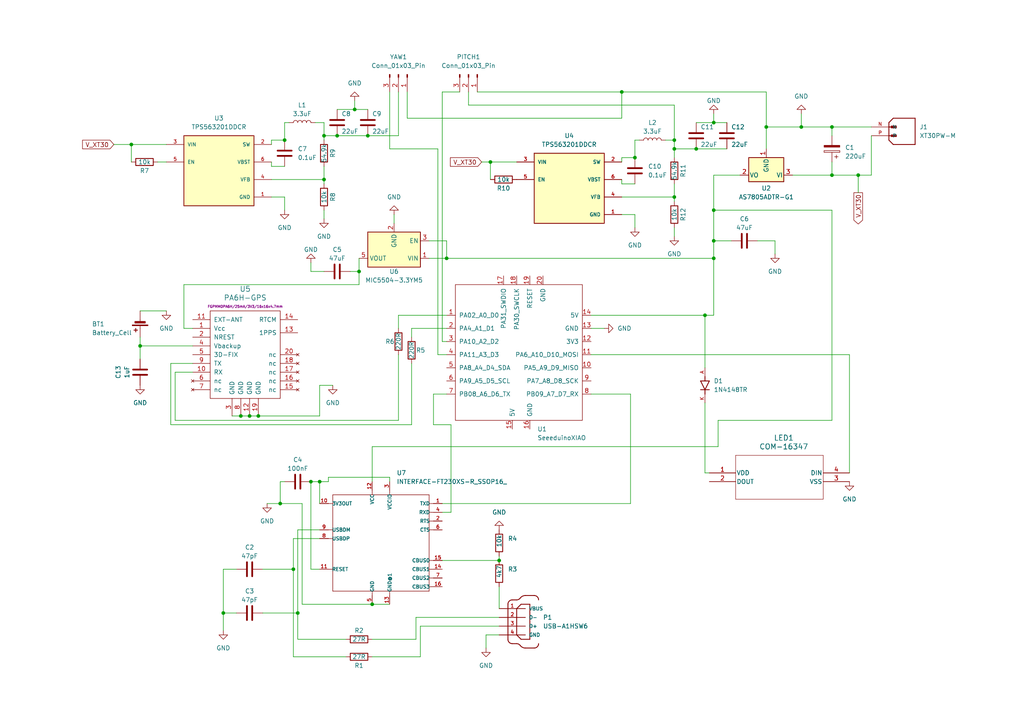
<source format=kicad_sch>
(kicad_sch (version 20230121) (generator eeschema)
  (paper "A4")
  (title_block (title "Arduino Tracking Antenna Schematic") (date "2024-03-16") (rev "0.9"))
  (lib_symbols
    (symbol "1N4148TR:1N4148TR" (pin_names (offset 1.016))
      (property "Reference" "D" (at -5.08 2.54 0))
      (property "Value" "1N4148TR" (at -5.08 -3.81 0))
      (symbol "1N4148TR_0_0"
        (polyline (pts (xy -2.54 0) (xy -1.27 0)) (stroke (width 0.254)))
        (polyline (pts (xy -1.27 -1.27) (xy 1.27 0)) (stroke (width 0.254)))
        (polyline (pts (xy -1.27 0) (xy -1.27 -1.27)) (stroke (width 0.254)))
        (polyline (pts (xy -1.27 1.27) (xy -1.27 0)) (stroke (width 0.254)))
        (polyline (pts (xy 1.27 0) (xy -1.27 1.27)) (stroke (width 0.254)))
        (polyline (pts (xy 1.27 0) (xy 1.27 -1.27)) (stroke (width 0.254)))
        (polyline (pts (xy 1.27 0) (xy 2.54 0)) (stroke (width 0.254)))
        (polyline (pts (xy 1.27 1.27) (xy 1.27 0)) (stroke (width 0.254)))
        (pin passive line (at -5.08 0 0) (length 2.54) (name "~") (number "A"))
        (pin passive line (at 5.08 0 180) (length 2.54) (name "~") (number "K"))
      )
    )
    (symbol "COM-16347:COM-16347" (pin_names (offset 0.254))
      (property "Reference" "LED" (at 20.32 10.16 0))
      (property "Value" "COM-16347" (at 20.32 7.62 0))
      (symbol "COM-16347_0_1"
        (polyline (pts (xy 7.62 -7.62) (xy 33.02 -7.62)) (stroke (width 0.127)))
        (polyline (pts (xy 7.62 5.08) (xy 7.62 -7.62)) (stroke (width 0.127)))
        (polyline (pts (xy 33.02 -7.62) (xy 33.02 5.08)) (stroke (width 0.127)))
        (polyline (pts (xy 33.02 5.08) (xy 7.62 5.08)) (stroke (width 0.127)))
        (pin power_in line (at 0 0 0) (length 7.62) (name "VDD") (number "1"))
        (pin output line (at 0 -2.54 0) (length 7.62) (name "DOUT") (number "2"))
        (pin power_out line (at 40.64 -2.54 180) (length 7.62) (name "VSS") (number "3"))
        (pin input line (at 40.64 0 180) (length 7.62) (name "DIN") (number "4"))
      )
    )
    (symbol "Connector:Conn_01x03_Pin" (pin_names (offset 1.016) hide)
      (property "Reference" "J" (at 0 5.08 0))
      (property "Value" "Conn_01x03_Pin" (at 0 -5.08 0))
      (symbol "Conn_01x03_Pin_1_1"
        (polyline (pts (xy 1.27 -2.54) (xy 0.8636 -2.54)) (stroke (width 0.1524)))
        (polyline (pts (xy 1.27 0) (xy 0.8636 0)) (stroke (width 0.1524)))
        (polyline (pts (xy 1.27 2.54) (xy 0.8636 2.54)) (stroke (width 0.1524)))
        (rectangle (start 0.8636 -2.413) (end 0 -2.667) (stroke (width 0.1524)) (fill (type outline)))
        (rectangle (start 0.8636 0.127) (end 0 -0.127) (stroke (width 0.1524)) (fill (type outline)))
        (rectangle (start 0.8636 2.667) (end 0 2.413) (stroke (width 0.1524)) (fill (type outline)))
        (pin passive line (at 5.08 2.54 180) (length 3.81) (name "Pin_1") (number "1"))
        (pin passive line (at 5.08 0 180) (length 3.81) (name "Pin_2") (number "2"))
        (pin passive line (at 5.08 -2.54 180) (length 3.81) (name "Pin_3") (number "3"))
      )
    )
    (symbol "Device:Battery_Cell" (pin_numbers hide) (pin_names (offset 0) hide)
      (property "Reference" "BT" (at 2.54 2.54 0))
      (property "Value" "Battery_Cell" (at 2.54 0 0))
      (symbol "Battery_Cell_0_1"
        (rectangle (start -2.286 1.778) (end 2.286 1.524) (fill (type outline)))
        (rectangle (start -1.524 1.016) (end 1.524 0.508) (fill (type outline)))
        (polyline (pts (xy 0 0.762) (xy 0 0)))
        (polyline (pts (xy 0 1.778) (xy 0 2.54)))
        (polyline (pts (xy 0.762 3.048) (xy 1.778 3.048)) (stroke (width 0.254)))
        (polyline (pts (xy 1.27 3.556) (xy 1.27 2.54)) (stroke (width 0.254)))
      )
      (symbol "Battery_Cell_1_1"
        (pin passive line (at 0 5.08 270) (length 2.54) (name "+") (number "1"))
        (pin passive line (at 0 -2.54 90) (length 2.54) (name "-") (number "2"))
      )
    )
    (symbol "Device:C" (pin_numbers hide) (pin_names (offset 0.254))
      (property "Reference" "C" (at 0.635 2.54 0))
      (property "Value" "C" (at 0.635 -2.54 0))
      (symbol "C_0_1"
        (polyline (pts (xy -2.032 -0.762) (xy 2.032 -0.762)) (stroke (width 0.508)))
        (polyline (pts (xy -2.032 0.762) (xy 2.032 0.762)) (stroke (width 0.508)))
      )
      (symbol "C_1_1"
        (pin passive line (at 0 3.81 270) (length 2.794) (name "~") (number "1"))
        (pin passive line (at 0 -3.81 90) (length 2.794) (name "~") (number "2"))
      )
    )
    (symbol "Device:C_Polarized" (pin_numbers hide) (pin_names (offset 0.254))
      (property "Reference" "C" (at 0.635 2.54 0))
      (property "Value" "C_Polarized" (at 0.635 -2.54 0))
      (symbol "C_Polarized_0_1"
        (rectangle (start -2.286 0.508) (end 2.286 1.016))
        (polyline (pts (xy -1.778 2.286) (xy -0.762 2.286)))
        (polyline (pts (xy -1.27 2.794) (xy -1.27 1.778)))
        (rectangle (start 2.286 -0.508) (end -2.286 -1.016) (fill (type outline)))
      )
      (symbol "C_Polarized_1_1"
        (pin passive line (at 0 3.81 270) (length 2.794) (name "~") (number "1"))
        (pin passive line (at 0 -3.81 90) (length 2.794) (name "~") (number "2"))
      )
    )
    (symbol "Device:L" (pin_numbers hide) (pin_names (offset 1.016) hide)
      (property "Reference" "L" (at -1.27 0 90))
      (property "Value" "L" (at 1.905 0 90))
      (symbol "L_0_1"
        (arc (start 0 -2.54) (mid 0.6323 -1.905) (end 0 -1.27))
        (arc (start 0 -1.27) (mid 0.6323 -0.635) (end 0 0))
        (arc (start 0 0) (mid 0.6323 0.635) (end 0 1.27))
        (arc (start 0 1.27) (mid 0.6323 1.905) (end 0 2.54))
      )
      (symbol "L_1_1"
        (pin passive line (at 0 3.81 270) (length 1.27) (name "1") (number "1"))
        (pin passive line (at 0 -3.81 90) (length 1.27) (name "2") (number "2"))
      )
    )
    (symbol "Device:R" (pin_numbers hide) (pin_names (offset 0))
      (property "Reference" "R" (at 2.032 0 90))
      (property "Value" "R" (at 0 0 90))
      (symbol "R_0_1"
        (rectangle (start -1.016 -2.54) (end 1.016 2.54) (stroke (width 0.254)))
      )
      (symbol "R_1_1"
        (pin passive line (at 0 3.81 270) (length 1.27) (name "~") (number "1"))
        (pin passive line (at 0 -3.81 90) (length 1.27) (name "~") (number "2"))
      )
    )
    (symbol "FT230XS-R:INTERFACE-FT230XS-R_SSOP16_" (pin_names (offset 1.016))
      (property "Reference" "U" (at -13.9731 15.2434 0))
      (property "Value" "INTERFACE-FT230XS-R_SSOP16_" (at 5.0895 15.2684 0))
      (symbol "INTERFACE-FT230XS-R_SSOP16__0_0"
        (polyline (pts (xy -15.24 -7.62) (xy -13.97 -7.62)) (stroke (width 0.1524)))
        (polyline (pts (xy -15.24 1.27) (xy -13.97 1.27)) (stroke (width 0.1524)))
        (polyline (pts (xy -15.24 3.81) (xy -13.97 3.81)) (stroke (width 0.1524)))
        (polyline (pts (xy -15.24 11.43) (xy -13.97 11.43)) (stroke (width 0.1524)))
        (polyline (pts (xy -13.97 -13.97) (xy -2.54 -13.97)) (stroke (width 0.1524)))
        (polyline (pts (xy -13.97 -7.62) (xy -13.97 -13.97)) (stroke (width 0.1524)))
        (polyline (pts (xy -13.97 1.27) (xy -13.97 -7.62)) (stroke (width 0.1524)))
        (polyline (pts (xy -13.97 3.81) (xy -13.97 1.27)) (stroke (width 0.1524)))
        (polyline (pts (xy -13.97 11.43) (xy -13.97 3.81)) (stroke (width 0.1524)))
        (polyline (pts (xy -13.97 13.97) (xy -13.97 11.43)) (stroke (width 0.1524)))
        (polyline (pts (xy -13.97 13.97) (xy -2.54 13.97)) (stroke (width 0.1524)))
        (polyline (pts (xy -2.54 -15.24) (xy -2.54 -13.97)) (stroke (width 0.1524)))
        (polyline (pts (xy -2.54 -13.97) (xy 2.54 -13.97)) (stroke (width 0.1524)))
        (polyline (pts (xy -2.54 13.97) (xy 2.54 13.97)) (stroke (width 0.1524)))
        (polyline (pts (xy -2.54 15.24) (xy -2.54 13.97)) (stroke (width 0.1524)))
        (polyline (pts (xy 2.54 -15.24) (xy 2.54 -13.97)) (stroke (width 0.1524)))
        (polyline (pts (xy 2.54 -13.97) (xy 13.97 -13.97)) (stroke (width 0.1524)))
        (polyline (pts (xy 2.54 13.97) (xy 13.97 13.97)) (stroke (width 0.1524)))
        (polyline (pts (xy 2.54 15.24) (xy 2.54 13.97)) (stroke (width 0.1524)))
        (polyline (pts (xy 13.97 -12.7) (xy 13.97 -13.97)) (stroke (width 0.1524)))
        (polyline (pts (xy 13.97 -10.16) (xy 13.97 -12.7)) (stroke (width 0.1524)))
        (polyline (pts (xy 13.97 -7.62) (xy 13.97 -10.16)) (stroke (width 0.1524)))
        (polyline (pts (xy 13.97 -5.08) (xy 13.97 -7.62)) (stroke (width 0.1524)))
        (polyline (pts (xy 13.97 3.81) (xy 13.97 -5.08)) (stroke (width 0.1524)))
        (polyline (pts (xy 13.97 6.35) (xy 13.97 3.81)) (stroke (width 0.1524)))
        (polyline (pts (xy 13.97 8.89) (xy 13.97 6.35)) (stroke (width 0.1524)))
        (polyline (pts (xy 13.97 11.43) (xy 13.97 8.89)) (stroke (width 0.1524)))
        (polyline (pts (xy 13.97 13.97) (xy 13.97 11.43)) (stroke (width 0.1524)))
        (polyline (pts (xy 15.24 -12.7) (xy 13.97 -12.7)) (stroke (width 0.1524)))
        (polyline (pts (xy 15.24 -10.16) (xy 13.97 -10.16)) (stroke (width 0.1524)))
        (polyline (pts (xy 15.24 -7.62) (xy 13.97 -7.62)) (stroke (width 0.1524)))
        (polyline (pts (xy 15.24 -5.08) (xy 13.97 -5.08)) (stroke (width 0.1524)))
        (polyline (pts (xy 15.24 3.81) (xy 13.97 3.81)) (stroke (width 0.1524)))
        (polyline (pts (xy 15.24 6.35) (xy 13.97 6.35)) (stroke (width 0.1524)))
        (polyline (pts (xy 15.24 8.89) (xy 13.97 8.89)) (stroke (width 0.1524)))
        (polyline (pts (xy 15.24 11.43) (xy 13.97 11.43)) (stroke (width 0.1524)))
        (pin bidirectional line (at 17.78 11.43 180) (length 2.54) (name "TXD") (number "1"))
        (pin bidirectional line (at -17.78 11.43 0) (length 2.54) (name "3V3OUT") (number "10"))
        (pin bidirectional line (at -17.78 -7.62 0) (length 2.54) (name "RESET") (number "11"))
        (pin bidirectional line (at -2.54 17.78 270) (length 2.54) (name "VCC") (number "12"))
        (pin bidirectional line (at 2.54 -17.78 90) (length 2.54) (name "GND@1") (number "13"))
        (pin bidirectional line (at 17.78 -7.62 180) (length 2.54) (name "CBUS1") (number "14"))
        (pin bidirectional line (at 17.78 -5.08 180) (length 2.54) (name "CBUS0") (number "15"))
        (pin bidirectional line (at 17.78 -12.7 180) (length 2.54) (name "CBUS3") (number "16"))
        (pin bidirectional line (at 17.78 6.35 180) (length 2.54) (name "RTS") (number "2"))
        (pin bidirectional line (at 2.54 17.78 270) (length 2.54) (name "VCCIO") (number "3"))
        (pin bidirectional line (at 17.78 8.89 180) (length 2.54) (name "RXD") (number "4"))
        (pin bidirectional line (at -2.54 -17.78 90) (length 2.54) (name "GND") (number "5"))
        (pin bidirectional line (at 17.78 3.81 180) (length 2.54) (name "CTS") (number "6"))
        (pin bidirectional line (at 17.78 -10.16 180) (length 2.54) (name "CBUS2") (number "7"))
        (pin bidirectional line (at -17.78 1.27 0) (length 2.54) (name "USBDP") (number "8"))
        (pin bidirectional line (at -17.78 3.81 0) (length 2.54) (name "USBDM") (number "9"))
      )
    )
    (symbol "PA6H:PA6H-GPS-ok1hra" (pin_names (offset 1.016))
      (property "Reference" "U3" (at 0 18.415 0))
      (property "Value" "PA6H-GPS" (at 0 15.875 0))
      (property "req" "FGPMMOPA6H/25mA/3V3/16x16x4.7mm" (at 0 13.97 0))
      (symbol "PA6H-GPS-ok1hra_0_1"
        (rectangle (start -10.16 -12.7) (end 10.16 12.7))
      )
      (symbol "PA6H-GPS-ok1hra_1_1"
        (pin input line (at -15.24 7.62 0) (length 5.08) (name "Vcc") (number "1"))
        (pin input line (at -15.24 -5.08 0) (length 5.08) (name "RX") (number "10"))
        (pin input line (at -15.24 10.16 0) (length 5.08) (name "EXT-ANT") (number "11"))
        (pin input line (at 1.27 -17.78 90) (length 5.08) (name "GND") (number "12"))
        (pin output line (at 15.24 6.35 180) (length 5.08) (name "1PPS") (number "13"))
        (pin input line (at 15.24 10.16 180) (length 5.08) (name "RTCM") (number "14"))
        (pin no_connect line (at 15.24 -10.16 180) (length 5.08) (name "nc") (number "15"))
        (pin no_connect line (at 15.24 -7.62 180) (length 5.08) (name "nc") (number "16"))
        (pin no_connect line (at 15.24 -5.08 180) (length 5.08) (name "nc") (number "17"))
        (pin no_connect line (at 15.24 -2.54 180) (length 5.08) (name "nc") (number "18"))
        (pin input line (at 3.81 -17.78 90) (length 5.08) (name "GND") (number "19"))
        (pin output line (at -15.24 5.08 0) (length 5.08) (name "NREST") (number "2"))
        (pin no_connect line (at 15.24 0 180) (length 5.08) (name "nc") (number "20"))
        (pin input line (at -3.81 -17.78 90) (length 5.08) (name "GND") (number "3"))
        (pin input line (at -15.24 2.54 0) (length 5.08) (name "Vbackup") (number "4"))
        (pin output line (at -15.24 0 0) (length 5.08) (name "3D-FIX") (number "5"))
        (pin no_connect line (at -15.24 -7.62 0) (length 5.08) (name "nc") (number "6"))
        (pin no_connect line (at -15.24 -10.16 0) (length 5.08) (name "nc") (number "7"))
        (pin input line (at -1.27 -17.78 90) (length 5.08) (name "GND") (number "8"))
        (pin input line (at -15.24 -2.54 0) (length 5.08) (name "TX") (number "9"))
      )
    )
    (symbol "Regulator_Linear:AMS1117CD-5.0" (pin_names (offset 0.254))
      (property "Reference" "U" (at -3.81 3.175 0))
      (property "Value" "AMS1117CD-5.0" (at 0 3.175 0))
      (symbol "AMS1117CD-5.0_0_1"
        (rectangle (start -5.08 -5.08) (end 5.08 1.905) (stroke (width 0.254)) (fill (type background)))
      )
      (symbol "AMS1117CD-5.0_1_1"
        (pin power_in line (at 0 -7.62 90) (length 2.54) (name "GND") (number "1"))
        (pin power_out line (at 7.62 0 180) (length 2.54) (name "VO") (number "2"))
        (pin power_in line (at -7.62 0 0) (length 2.54) (name "VI") (number "3"))
      )
    )
    (symbol "Regulator_Linear:MIC5504-3.3YM5"
      (property "Reference" "U" (at -7.62 8.89 0))
      (property "Value" "MIC5504-3.3YM5" (at -7.62 6.35 0))
      (symbol "MIC5504-3.3YM5_0_1"
        (rectangle (start -7.62 -5.08) (end 7.62 5.08) (stroke (width 0.254)) (fill (type background)))
      )
      (symbol "MIC5504-3.3YM5_1_1"
        (pin power_in line (at -10.16 2.54 0) (length 2.54) (name "VIN") (number "1"))
        (pin power_in line (at 0 -7.62 90) (length 2.54) (name "GND") (number "2"))
        (pin input line (at -10.16 -2.54 0) (length 2.54) (name "EN") (number "3"))
        (pin no_connect line (at 7.62 -2.54 180) (length 2.54) hide (name "NC") (number "4"))
        (pin power_out line (at 10.16 2.54 180) (length 2.54) (name "VOUT") (number "5"))
      )
    )
    (symbol "Seeeduino_XIAO:SeeeduinoXIAO" (pin_names (offset 1.016))
      (property "Reference" "U" (at -19.05 22.86 0))
      (property "Value" "SeeeduinoXIAO" (at -12.7 21.59 0))
      (symbol "SeeeduinoXIAO_0_1"
        (rectangle (start -19.05 20.32) (end 17.78 -19.05))
      )
      (symbol "SeeeduinoXIAO_1_1"
        (pin unspecified line (at -21.59 11.43 0) (length 2.54) (name "PA02_A0_D0") (number "1"))
        (pin unspecified line (at 20.32 -3.81 180) (length 2.54) (name "PA5_A9_D9_MISO") (number "10"))
        (pin unspecified line (at 20.32 0 180) (length 2.54) (name "PA6_A10_D10_MOSI") (number "11"))
        (pin unspecified line (at 20.32 3.81 180) (length 2.54) (name "3V3") (number "12"))
        (pin unspecified line (at 20.32 7.62 180) (length 2.54) (name "GND") (number "13"))
        (pin unspecified line (at 20.32 11.43 180) (length 2.54) (name "5V") (number "14"))
        (pin input line (at -2.54 -21.59 90) (length 2.54) (name "5V") (number "15"))
        (pin input line (at 2.54 -21.59 90) (length 2.54) (name "GND") (number "16"))
        (pin input line (at -5.08 22.86 270) (length 2.54) (name "PA31_SWDIO") (number "17"))
        (pin input line (at -1.27 22.86 270) (length 2.54) (name "PA30_SWCLK") (number "18"))
        (pin input line (at 2.54 22.86 270) (length 2.54) (name "RESET") (number "19"))
        (pin unspecified line (at -21.59 7.62 0) (length 2.54) (name "PA4_A1_D1") (number "2"))
        (pin input line (at 6.35 22.86 270) (length 2.54) (name "GND") (number "20"))
        (pin unspecified line (at -21.59 3.81 0) (length 2.54) (name "PA10_A2_D2") (number "3"))
        (pin unspecified line (at -21.59 0 0) (length 2.54) (name "PA11_A3_D3") (number "4"))
        (pin unspecified line (at -21.59 -3.81 0) (length 2.54) (name "PA8_A4_D4_SDA") (number "5"))
        (pin unspecified line (at -21.59 -7.62 0) (length 2.54) (name "PA9_A5_D5_SCL") (number "6"))
        (pin unspecified line (at -21.59 -11.43 0) (length 2.54) (name "PB08_A6_D6_TX") (number "7"))
        (pin unspecified line (at 20.32 -11.43 180) (length 2.54) (name "PB09_A7_D7_RX") (number "8"))
        (pin unspecified line (at 20.32 -7.62 180) (length 2.54) (name "PA7_A8_D8_SCK") (number "9"))
      )
    )
    (symbol "TPS563201DDCR:TPS563201DDCR" (pin_names (offset 1.016))
      (property "Reference" "U" (at -10.16 12.7 0))
      (property "Value" "TPS563201DDCR" (at -10.16 -12.7 0))
      (symbol "TPS563201DDCR_0_0"
        (rectangle (start -10.16 -10.16) (end 10.16 10.16) (stroke (width 0.254)) (fill (type background)))
        (pin power_in line (at 15.24 -7.62 180) (length 5.08) (name "GND") (number "1"))
        (pin output line (at 15.24 7.62 180) (length 5.08) (name "SW") (number "2"))
        (pin input line (at -15.24 7.62 0) (length 5.08) (name "VIN") (number "3"))
        (pin input line (at 15.24 -2.54 180) (length 5.08) (name "VFB") (number "4"))
        (pin input line (at -15.24 2.54 0) (length 5.08) (name "EN") (number "5"))
        (pin output line (at 15.24 2.54 180) (length 5.08) (name "VBST") (number "6"))
      )
    )
    (symbol "USB-A1HSW6:USB-A1HSW6" (pin_names (offset 1.016))
      (property "Reference" "P" (at -2.5418 11.438 0))
      (property "Value" "USB-A1HSW6" (at -2.5436 -10.1744 0))
      (symbol "USB-A1HSW6_0_0"
        (arc (start -2.54 -3.81) (mid -2.168 -4.708) (end -1.27 -5.08) (stroke (width 0.254)))
        (arc (start -1.27 7.62) (mid -2.168 7.248) (end -2.54 6.35) (stroke (width 0.254)))
        (polyline (pts (xy -2.54 6.35) (xy -2.54 -3.81)) (stroke (width 0.254)))
        (polyline (pts (xy -1.27 -5.08) (xy 0 -5.08)) (stroke (width 0.254)))
        (polyline (pts (xy -1.27 7.62) (xy 0 7.62)) (stroke (width 0.254)))
        (polyline (pts (xy 0 -2.54) (xy 1.27 -3.81)) (stroke (width 0.254)))
        (polyline (pts (xy 0 5.08) (xy 0 -2.54)) (stroke (width 0.254)))
        (polyline (pts (xy 1.27 -3.81) (xy 3.81 -3.81)) (stroke (width 0.254)))
        (polyline (pts (xy 1.27 6.35) (xy 0 5.08)) (stroke (width 0.254)))
        (polyline (pts (xy 2.54 -6.35) (xy 5.08 -6.35)) (stroke (width 0.254)))
        (polyline (pts (xy 2.54 8.89) (xy 5.08 8.89)) (stroke (width 0.254)))
        (polyline (pts (xy 3.81 -3.81) (xy 3.81 6.35)) (stroke (width 0.254)))
        (polyline (pts (xy 3.81 6.35) (xy 1.27 6.35)) (stroke (width 0.254)))
        (arc (start 0 7.62) (mid 0.568 7.754) (end 1.016 8.128) (stroke (width 0.254)))
        (arc (start 1.016 -5.588) (mid 0.5667 -5.2134) (end 0 -5.08) (stroke (width 0.254)))
        (arc (start 1.016 -5.588) (mid 1.6881 -6.1489) (end 2.54 -6.35) (stroke (width 0.254)))
        (arc (start 2.54 8.89) (mid 1.6861 8.6879) (end 1.016 8.128) (stroke (width 0.254)))
        (arc (start 5.08 -6.35) (mid 5.978 -5.978) (end 6.35 -5.08) (stroke (width 0.254)))
        (arc (start 6.35 7.62) (mid 5.978 8.518) (end 5.08 8.89) (stroke (width 0.254)))
        (pin power_in line (at -5.08 5.08 0) (length 7.62) (name "VBUS") (number "1"))
        (pin bidirectional line (at -5.08 2.54 0) (length 7.62) (name "D-") (number "2"))
        (pin bidirectional line (at -5.08 0 0) (length 7.62) (name "D+") (number "3"))
        (pin power_in line (at -5.08 -2.54 0) (length 7.62) (name "GND") (number "4"))
      )
    )
    (symbol "XT30PW-M:XT30PW-M" (pin_names (offset 1.016))
      (property "Reference" "J" (at -7.62 3.302 0))
      (property "Value" "XT30PW-M" (at -7.62 -7.62 0))
      (symbol "XT30PW-M_0_0"
        (rectangle (start -2.2225 -2.8575) (end -0.635 -2.2225) (stroke (width 0.1)) (fill (type outline)))
        (rectangle (start -2.2225 -0.3175) (end -0.635 0.3175) (stroke (width 0.1)) (fill (type outline)))
        (polyline (pts (xy -7.62 -5.08) (xy -7.62 2.54)) (stroke (width 0.254)))
        (polyline (pts (xy -7.62 2.54) (xy -1.27 2.54)) (stroke (width 0.254)))
        (polyline (pts (xy -1.27 -5.08) (xy -7.62 -5.08)) (stroke (width 0.254)))
        (polyline (pts (xy 0 -3.81) (xy -1.27 -5.08)) (stroke (width 0.254)))
        (polyline (pts (xy 0 -2.54) (xy -1.905 -2.54)) (stroke (width 0.254)))
        (polyline (pts (xy 0 0) (xy -1.905 0)) (stroke (width 0.254)))
        (polyline (pts (xy 0 0) (xy 0 -3.81)) (stroke (width 0.254)))
        (polyline (pts (xy 0 1.27) (xy -1.27 2.54)) (stroke (width 0.254)))
        (polyline (pts (xy 0 1.27) (xy 0 0)) (stroke (width 0.254)))
        (pin power_in line (at 5.08 -2.54 180) (length 5.08) (name "N") (number "N"))
        (pin power_in line (at 5.08 0 180) (length 5.08) (name "P") (number "P"))
      )
    )
    (symbol "power:GND" (power) (pin_names (offset 0))
      (property "Value" "GND" (at 0 -3.81 0))
      (symbol "GND_0_1"
        (polyline (pts (xy 0 0) (xy 0 -1.27) (xy 1.27 -1.27) (xy 0 -2.54) (xy -1.27 -1.27) (xy 0 -1.27)))
      )
      (symbol "GND_1_1"
        (pin power_in line (at 0 0 270) (length 0) hide (name "GND") (number "1"))
      )
    )
  )
  (junction (at 81.28 146.05))
  (junction (at 207.01 35.56))
  (junction (at 204.47 91.44))
  (junction (at 72.39 120.65))
  (junction (at 90.17 139.7))
  (junction (at 207.01 74.93))
  (junction (at 184.15 45.72))
  (junction (at 102.87 31.75))
  (junction (at 241.3 36.83))
  (junction (at 104.14 78.74))
  (junction (at 82.55 40.64))
  (junction (at 195.58 40.64))
  (junction (at 180.34 26.67))
  (junction (at 38.1 41.91))
  (junction (at 142.24 46.99))
  (junction (at 97.79 39.37))
  (junction (at 69.85 120.65))
  (junction (at 195.58 43.18))
  (junction (at 201.93 43.18))
  (junction (at 40.64 100.33))
  (junction (at 93.98 52.07))
  (junction (at 92.71 139.7))
  (junction (at 93.98 39.37))
  (junction (at 86.36 177.8))
  (junction (at 207.01 60.96))
  (junction (at 106.68 39.37))
  (junction (at 129.54 74.93))
  (junction (at 144.78 162.56))
  (junction (at 232.41 36.83))
  (junction (at 222.25 36.83))
  (junction (at 107.95 175.26))
  (junction (at 74.93 120.65))
  (junction (at 85.09 165.1))
  (junction (at 64.77 177.8))
  (junction (at 248.92 50.8))
  (junction (at 207.01 69.85))
  (junction (at 195.58 57.15))
  (junction (at 241.3 50.8))
  (wire (pts (xy 229.87 50.8) (xy 241.3 50.8)))
  (wire (pts (xy 207.01 60.96) (xy 207.01 50.8)))
  (wire (pts (xy 144.78 161.29) (xy 144.78 162.56)))
  (wire (pts (xy 129.54 102.87) (xy 127 102.87)))
  (wire (pts (xy 171.45 91.44) (xy 204.47 91.44)))
  (wire (pts (xy 87.63 175.26) (xy 87.63 146.05)))
  (wire (pts (xy 53.34 82.55) (xy 104.14 82.55)))
  (wire (pts (xy 90.17 76.2) (xy 90.17 78.74)))
  (wire (pts (xy 144.78 179.07) (xy 120.65 179.07)))
  (wire (pts (xy 246.38 102.87) (xy 246.38 137.16)))
  (wire (pts (xy 85.09 156.21) (xy 92.71 156.21)))
  (wire (pts (xy 232.41 36.83) (xy 241.3 36.83)))
  (wire (pts (xy 104.14 74.93) (xy 104.14 78.74)))
  (wire (pts (xy 107.95 185.42) (xy 120.65 185.42)))
  (wire (pts (xy 93.98 39.37) (xy 93.98 40.64)))
  (wire (pts (xy 50.8 121.92) (xy 115.57 121.92)))
  (wire (pts (xy 142.24 46.99) (xy 142.24 52.07)))
  (wire (pts (xy 90.17 139.7) (xy 90.17 165.1)))
  (wire (pts (xy 97.79 31.75) (xy 102.87 31.75)))
  (wire (pts (xy 55.88 107.95) (xy 50.8 107.95)))
  (wire (pts (xy 115.57 102.87) (xy 115.57 121.92)))
  (wire (pts (xy 119.38 105.41) (xy 119.38 123.19)))
  (wire (pts (xy 195.58 57.15) (xy 195.58 58.42)))
  (wire (pts (xy 76.2 177.8) (xy 86.36 177.8)))
  (wire (pts (xy 45.72 46.99) (xy 48.26 46.99)))
  (wire (pts (xy 92.71 111.76) (xy 92.71 120.65)))
  (wire (pts (xy 185.42 40.64) (xy 184.15 40.64)))
  (wire (pts (xy 33.02 41.91) (xy 38.1 41.91)))
  (wire (pts (xy 78.74 46.99) (xy 78.74 48.26)))
  (wire (pts (xy 171.45 102.87) (xy 246.38 102.87)))
  (wire (pts (xy 69.85 120.65) (xy 72.39 120.65)))
  (wire (pts (xy 241.3 36.83) (xy 241.3 39.37)))
  (wire (pts (xy 208.28 121.92) (xy 241.3 121.92)))
  (wire (pts (xy 180.34 52.07) (xy 180.34 53.34)))
  (wire (pts (xy 184.15 40.64) (xy 184.15 45.72)))
  (wire (pts (xy 86.36 153.67) (xy 92.71 153.67)))
  (wire (pts (xy 38.1 41.91) (xy 38.1 46.99)))
  (wire (pts (xy 82.55 35.56) (xy 82.55 40.64)))
  (wire (pts (xy 104.14 82.55) (xy 104.14 78.74)))
  (wire (pts (xy 85.09 190.5) (xy 100.33 190.5)))
  (wire (pts (xy 222.25 43.18) (xy 222.25 36.83)))
  (wire (pts (xy 142.24 46.99) (xy 149.86 46.99)))
  (wire (pts (xy 91.44 35.56) (xy 93.98 35.56)))
  (wire (pts (xy 107.95 175.26) (xy 113.03 175.26)))
  (wire (pts (xy 113.03 43.18) (xy 113.03 26.67)))
  (wire (pts (xy 124.46 74.93) (xy 129.54 74.93)))
  (wire (pts (xy 180.34 53.34) (xy 184.15 53.34)))
  (wire (pts (xy 40.64 97.79) (xy 40.64 100.33)))
  (wire (pts (xy 125.73 114.3) (xy 129.54 114.3)))
  (wire (pts (xy 128.27 26.67) (xy 133.35 26.67)))
  (wire (pts (xy 67.31 120.65) (xy 69.85 120.65)))
  (wire (pts (xy 107.95 190.5) (xy 121.92 190.5)))
  (wire (pts (xy 204.47 137.16) (xy 205.74 137.16)))
  (wire (pts (xy 195.58 43.18) (xy 201.93 43.18)))
  (wire (pts (xy 121.92 181.61) (xy 121.92 190.5)))
  (wire (pts (xy 182.88 114.3) (xy 171.45 114.3)))
  (wire (pts (xy 204.47 91.44) (xy 207.01 91.44)))
  (wire (pts (xy 92.71 120.65) (xy 74.93 120.65)))
  (wire (pts (xy 180.34 45.72) (xy 184.15 45.72)))
  (wire (pts (xy 93.98 35.56) (xy 93.98 39.37)))
  (wire (pts (xy 182.88 146.05) (xy 182.88 114.3)))
  (wire (pts (xy 180.34 26.67) (xy 222.25 26.67)))
  (wire (pts (xy 64.77 165.1) (xy 64.77 177.8)))
  (wire (pts (xy 64.77 177.8) (xy 64.77 182.88)))
  (wire (pts (xy 92.71 139.7) (xy 92.71 146.05)))
  (wire (pts (xy 93.98 60.96) (xy 93.98 63.5)))
  (wire (pts (xy 97.79 39.37) (xy 106.68 39.37)))
  (wire (pts (xy 78.74 48.26) (xy 82.55 48.26)))
  (wire (pts (xy 49.53 105.41) (xy 49.53 123.19)))
  (wire (pts (xy 195.58 53.34) (xy 195.58 57.15)))
  (wire (pts (xy 248.92 50.8) (xy 248.92 55.88)))
  (wire (pts (xy 222.25 26.67) (xy 222.25 36.83)))
  (wire (pts (xy 128.27 162.56) (xy 144.78 162.56)))
  (wire (pts (xy 180.34 26.67) (xy 180.34 34.29)))
  (wire (pts (xy 195.58 66.04) (xy 195.58 68.58)))
  (wire (pts (xy 207.01 60.96) (xy 241.3 60.96)))
  (wire (pts (xy 241.3 50.8) (xy 248.92 50.8)))
  (wire (pts (xy 93.98 39.37) (xy 97.79 39.37)))
  (wire (pts (xy 55.88 105.41) (xy 49.53 105.41)))
  (wire (pts (xy 207.01 69.85) (xy 212.09 69.85)))
  (wire (pts (xy 115.57 91.44) (xy 115.57 95.25)))
  (wire (pts (xy 107.95 129.54) (xy 107.95 139.7)))
  (wire (pts (xy 224.79 69.85) (xy 224.79 73.66)))
  (wire (pts (xy 180.34 57.15) (xy 195.58 57.15)))
  (wire (pts (xy 207.01 35.56) (xy 210.82 35.56)))
  (wire (pts (xy 144.78 181.61) (xy 121.92 181.61)))
  (wire (pts (xy 68.58 165.1) (xy 64.77 165.1)))
  (wire (pts (xy 140.97 184.15) (xy 140.97 187.96)))
  (wire (pts (xy 113.03 139.7) (xy 113.03 138.43)))
  (wire (pts (xy 125.73 123.19) (xy 125.73 114.3)))
  (wire (pts (xy 204.47 116.84) (xy 204.47 137.16)))
  (wire (pts (xy 102.87 31.75) (xy 106.68 31.75)))
  (wire (pts (xy 193.04 40.64) (xy 195.58 40.64)))
  (wire (pts (xy 139.7 46.99) (xy 142.24 46.99)))
  (wire (pts (xy 83.82 35.56) (xy 82.55 35.56)))
  (wire (pts (xy 85.09 156.21) (xy 85.09 165.1)))
  (wire (pts (xy 93.98 52.07) (xy 93.98 53.34)))
  (wire (pts (xy 128.27 146.05) (xy 182.88 146.05)))
  (wire (pts (xy 144.78 184.15) (xy 140.97 184.15)))
  (wire (pts (xy 241.3 36.83) (xy 252.73 36.83)))
  (wire (pts (xy 82.55 57.15) (xy 82.55 60.96)))
  (wire (pts (xy 129.54 69.85) (xy 129.54 74.93)))
  (wire (pts (xy 208.28 129.54) (xy 208.28 121.92)))
  (wire (pts (xy 86.36 177.8) (xy 86.36 153.67)))
  (wire (pts (xy 87.63 146.05) (xy 81.28 146.05)))
  (wire (pts (xy 55.88 95.25) (xy 53.34 95.25)))
  (wire (pts (xy 85.09 165.1) (xy 85.09 190.5)))
  (wire (pts (xy 92.71 165.1) (xy 90.17 165.1)))
  (wire (pts (xy 207.01 69.85) (xy 207.01 60.96)))
  (wire (pts (xy 232.41 36.83) (xy 232.41 33.02)))
  (wire (pts (xy 81.28 146.05) (xy 77.47 146.05)))
  (wire (pts (xy 114.3 62.23) (xy 114.3 64.77)))
  (wire (pts (xy 129.54 74.93) (xy 207.01 74.93)))
  (wire (pts (xy 184.15 62.23) (xy 184.15 66.04)))
  (wire (pts (xy 180.34 46.99) (xy 180.34 45.72)))
  (wire (pts (xy 76.2 165.1) (xy 85.09 165.1)))
  (wire (pts (xy 124.46 69.85) (xy 129.54 69.85)))
  (wire (pts (xy 53.34 95.25) (xy 53.34 82.55)))
  (wire (pts (xy 40.64 100.33) (xy 40.64 104.14)))
  (wire (pts (xy 102.87 29.21) (xy 102.87 31.75)))
  (wire (pts (xy 78.74 52.07) (xy 93.98 52.07)))
  (wire (pts (xy 95.25 138.43) (xy 113.03 138.43)))
  (wire (pts (xy 130.81 148.59) (xy 130.81 123.19)))
  (wire (pts (xy 207.01 91.44) (xy 207.01 74.93)))
  (wire (pts (xy 201.93 35.56) (xy 207.01 35.56)))
  (wire (pts (xy 115.57 26.67) (xy 115.57 39.37)))
  (wire (pts (xy 40.64 90.17) (xy 48.26 90.17)))
  (wire (pts (xy 171.45 95.25) (xy 175.26 95.25)))
  (wire (pts (xy 106.68 39.37) (xy 115.57 39.37)))
  (wire (pts (xy 222.25 36.83) (xy 232.41 36.83)))
  (wire (pts (xy 95.25 139.7) (xy 95.25 138.43)))
  (wire (pts (xy 81.28 139.7) (xy 81.28 146.05)))
  (wire (pts (xy 120.65 179.07) (xy 120.65 185.42)))
  (wire (pts (xy 241.3 60.96) (xy 241.3 121.92)))
  (wire (pts (xy 128.27 99.06) (xy 129.54 99.06)))
  (wire (pts (xy 129.54 95.25) (xy 119.38 95.25)))
  (wire (pts (xy 119.38 95.25) (xy 119.38 97.79)))
  (wire (pts (xy 129.54 91.44) (xy 115.57 91.44)))
  (wire (pts (xy 135.89 30.48) (xy 135.89 26.67)))
  (wire (pts (xy 82.55 139.7) (xy 81.28 139.7)))
  (wire (pts (xy 118.11 34.29) (xy 180.34 34.29)))
  (wire (pts (xy 195.58 40.64) (xy 195.58 30.48)))
  (wire (pts (xy 90.17 78.74) (xy 93.98 78.74)))
  (wire (pts (xy 207.01 33.02) (xy 207.01 35.56)))
  (wire (pts (xy 78.74 40.64) (xy 82.55 40.64)))
  (wire (pts (xy 180.34 62.23) (xy 184.15 62.23)))
  (wire (pts (xy 49.53 123.19) (xy 119.38 123.19)))
  (wire (pts (xy 38.1 41.91) (xy 48.26 41.91)))
  (wire (pts (xy 55.88 100.33) (xy 40.64 100.33)))
  (wire (pts (xy 252.73 50.8) (xy 252.73 39.37)))
  (wire (pts (xy 72.39 120.65) (xy 74.93 120.65)))
  (wire (pts (xy 195.58 40.64) (xy 195.58 43.18)))
  (wire (pts (xy 86.36 185.42) (xy 86.36 177.8)))
  (wire (pts (xy 86.36 185.42) (xy 100.33 185.42)))
  (wire (pts (xy 128.27 148.59) (xy 130.81 148.59)))
  (wire (pts (xy 195.58 30.48) (xy 135.89 30.48)))
  (wire (pts (xy 78.74 41.91) (xy 78.74 40.64)))
  (wire (pts (xy 96.52 111.76) (xy 92.71 111.76)))
  (wire (pts (xy 144.78 170.18) (xy 144.78 176.53)))
  (wire (pts (xy 201.93 43.18) (xy 210.82 43.18)))
  (wire (pts (xy 90.17 139.7) (xy 92.71 139.7)))
  (wire (pts (xy 241.3 46.99) (xy 241.3 50.8)))
  (wire (pts (xy 92.71 139.7) (xy 95.25 139.7)))
  (wire (pts (xy 127 43.18) (xy 127 102.87)))
  (wire (pts (xy 127 43.18) (xy 113.03 43.18)))
  (wire (pts (xy 207.01 74.93) (xy 207.01 69.85)))
  (wire (pts (xy 93.98 48.26) (xy 93.98 52.07)))
  (wire (pts (xy 138.43 26.67) (xy 180.34 26.67)))
  (wire (pts (xy 195.58 43.18) (xy 195.58 45.72)))
  (wire (pts (xy 248.92 50.8) (xy 252.73 50.8)))
  (wire (pts (xy 204.47 91.44) (xy 204.47 106.68)))
  (wire (pts (xy 64.77 177.8) (xy 68.58 177.8)))
  (wire (pts (xy 50.8 107.95) (xy 50.8 121.92)))
  (wire (pts (xy 107.95 175.26) (xy 87.63 175.26)))
  (wire (pts (xy 207.01 50.8) (xy 214.63 50.8)))
  (wire (pts (xy 101.6 78.74) (xy 104.14 78.74)))
  (wire (pts (xy 107.95 129.54) (xy 208.28 129.54)))
  (wire (pts (xy 219.71 69.85) (xy 224.79 69.85)))
  (wire (pts (xy 118.11 26.67) (xy 118.11 34.29)))
  (wire (pts (xy 128.27 26.67) (xy 128.27 99.06)))
  (wire (pts (xy 130.81 123.19) (xy 125.73 123.19)))
  (wire (pts (xy 78.74 57.15) (xy 82.55 57.15)))
  (global_label "V_XT30" (shape input) (at 139.7 46.99 180) (property "Intersheetrefs" "${INTERSHEET_REFS}" (effects hide)))
  (global_label "V_XT30" (shape output) (at 248.92 55.88 270) (property "Intersheetrefs" "${INTERSHEET_REFS}" (effects hide)))
  (global_label "V_XT30" (shape input) (at 33.02 41.91 180) (property "Intersheetrefs" "${INTERSHEET_REFS}" (effects hide)))
  (symbol (lib_id "power:GND") (at 207.01 33.02 180) (unit 1)
    (property "Reference" "#PWR018" (effects hide))
    (property "Value" "GND" (at 207.01 29.21 0))
  )
  (symbol (lib_id "Device:R") (at 115.57 99.06 0) (unit 1)
    (property "Reference" "R6" (at 111.76 99.06 0) (effects (justify left)))
    (property "Value" "220R" (at 115.57 101.6 90) (effects (justify left)))
    (property "Footprint" "Resistor_SMD:R_1206_3216Metric" (effects hide))
  )
  (symbol (lib_id "power:GND") (at 144.78 153.67 180) (unit 1)
    (property "Reference" "#PWR07" (effects hide))
    (property "Value" "GND" (at 144.78 148.59 0))
  )
  (symbol (lib_id "Device:R") (at 146.05 52.07 270) (unit 1)
    (property "Reference" "R10" (at 146.05 54.61 90))
    (property "Value" "10k" (at 146.05 52.07 90))
    (property "Footprint" "Resistor_SMD:R_1206_3216Metric" (effects hide))
  )
  (symbol (lib_id "TPS563201DDCR:TPS563201DDCR") (at 63.5 49.53 0) (unit 1)
    (property "Reference" "U3" (at 63.5 34.29 0))
    (property "Value" "TPS563201DDCR" (at 63.5 36.83 0))
    (property "Footprint" "TPS563201DDCR:SOT95P280X110-6N" (effects hide))
    (property "MF" "Texas Instruments" (effects hide))
    (property "MAXIMUM_PACKAGE_HEIGHT" "1.10mm" (effects hide))
    (property "Package" "SOT-23-THN-6 Texas Instruments" (effects hide))
    (property "Price" "None" (effects hide))
    (property "Check_prices" "https://www.snapeda.com/parts/TPS563201DDCR/Texas+Instruments/view-part/?ref=eda" (effects hide))
    (property "STANDARD" "IPC-7351B" (effects hide))
    (property "PARTREV" "December 2015" (effects hide))
    (property "SnapEDA_Link" "https://www.snapeda.com/parts/TPS563201DDCR/Texas+Instruments/view-part/?ref=snap" (effects hide))
    (property "MP" "TPS563201DDCR" (effects hide))
    (property "Purchase-URL" "https://www.snapeda.com/api/url_track_click_mouser/?unipart_id=1236927&manufacturer=Texas Instruments&part_name=TPS563201DDCR&search_term=tps563201ddcr" (effects hide))
    (property "Description" "\n4.5 V to 17 V input, 3 A output, synchronous step-down converter in Eco-mode\n" (effects hide))
    (property "Availability" "In Stock" (effects hide))
    (property "MANUFACTURER" "Texas Instruments" (effects hide))
  )
  (symbol (lib_id "Device:C") (at 201.93 39.37 0) (unit 1)
    (property "Reference" "C11" (at 203.2 36.83 0) (effects (justify left)))
    (property "Value" "22uF" (at 203.2 41.91 0) (effects (justify left)))
    (property "Footprint" "Capacitor_SMD:C_1206_3216Metric" (effects hide))
  )
  (symbol (lib_id "FT230XS-R:INTERFACE-FT230XS-R_SSOP16_") (at 110.49 157.48 0) (unit 1)
    (property "Reference" "U7" (at 115.0494 137.16 0) (effects (justify left)))
    (property "Value" "INTERFACE-FT230XS-R_SSOP16_" (at 115.0494 139.7 0) (effects (justify left)))
    (property "Footprint" "FT230XS-R:SSOP16-0.635-5X4MM" (effects hide))
    (property "MF" "FTDI," (effects hide))
    (property "Description" "\nUSB Bridge, USB to UART USB 2.0 UART Interface 16-SSOP\n" (effects hide))
    (property "Package" "SSOP-16 FTDI" (effects hide))
    (property "MPN" "FT230XS-R" (effects hide))
    (property "Price" "None" (effects hide))
    (property "SnapEDA_Link" "https://www.snapeda.com/parts/FT230XS-R/FTDI%252C+Future+Technology+Devices+International+Ltd/view-part/?ref=snap" (effects hide))
    (property "MP" "FT230XS-R" (effects hide))
    (property "Purchase-URL" "https://www.snapeda.com/api/url_track_click_mouser/?unipart_id=51325&manufacturer=FTDI,&part_name=FT230XS-R&search_term=None" (effects hide))
    (property "Availability" "In Stock" (effects hide))
    (property "Check_prices" "https://www.snapeda.com/parts/FT230XS-R/FTDI%252C+Future+Technology+Devices+International+Ltd/view-part/?ref=eda" (effects hide))
  )
  (symbol (lib_id "Device:C") (at 97.79 35.56 0) (unit 1)
    (property "Reference" "C8" (at 99.06 33.02 0) (effects (justify left)))
    (property "Value" "22uF" (at 99.06 38.1 0) (effects (justify left)))
    (property "Footprint" "Capacitor_SMD:C_1206_3216Metric" (effects hide))
  )
  (symbol (lib_id "Device:C") (at 82.55 44.45 0) (unit 1)
    (property "Reference" "C7" (at 86.36 43.18 0) (effects (justify left)))
    (property "Value" "0.1uF" (at 86.36 45.72 0) (effects (justify left)))
    (property "Footprint" "Capacitor_SMD:C_1206_3216Metric" (effects hide))
  )
  (symbol (lib_id "Connector:Conn_01x03_Pin") (at 135.89 21.59 270) (unit 1)
    (property "Reference" "PITCH1" (at 135.89 16.51 90))
    (property "Value" "Conn_01x03_Pin" (at 135.89 19.05 90))
    (property "Footprint" "Connector_PinHeader_2.54mm:PinHeader_1x03_P2.54mm_Vertical" (effects hide))
  )
  (symbol (lib_id "power:GND") (at 184.15 66.04 0) (unit 1)
    (property "Reference" "#PWR016" (effects hide))
    (property "Value" "GND" (at 184.15 71.12 0))
  )
  (symbol (lib_id "power:GND") (at 140.97 187.96 0) (unit 1)
    (property "Reference" "#PWR06" (effects hide))
    (property "Value" "GND" (at 140.97 193.04 0))
  )
  (symbol (lib_id "Device:R") (at 104.14 185.42 90) (unit 1)
    (property "Reference" "R2" (at 104.14 182.88 90))
    (property "Value" "27R" (at 104.14 185.42 90))
    (property "Footprint" "Resistor_SMD:R_1206_3216Metric" (effects hide))
  )
  (symbol (lib_id "power:GND") (at 224.79 73.66 0) (unit 1)
    (property "Reference" "#PWR012" (effects hide))
    (property "Value" "GND" (at 224.79 78.74 0))
  )
  (symbol (lib_id "Device:C_Polarized") (at 241.3 43.18 180) (unit 1)
    (property "Reference" "C1" (at 245.11 42.799 0) (effects (justify right)))
    (property "Value" "220uF" (at 245.11 45.339 0) (effects (justify right)))
    (property "Footprint" "25YXJ220M6.3X11:CAP_YX_6P3X11_RUB" (effects hide))
    (property "Part No" "25YXJ220M6.3X11" (effects hide))
  )
  (symbol (lib_id "Device:C") (at 184.15 49.53 0) (unit 1)
    (property "Reference" "C10" (at 187.96 48.26 0) (effects (justify left)))
    (property "Value" "0.1uF" (at 187.96 50.8 0) (effects (justify left)))
    (property "Footprint" "Capacitor_SMD:C_1206_3216Metric" (effects hide))
  )
  (symbol (lib_id "Device:R") (at 104.14 190.5 90) (unit 1)
    (property "Reference" "R1" (at 104.14 193.04 90))
    (property "Value" "27R" (at 104.14 190.5 90))
    (property "Footprint" "Resistor_SMD:R_1206_3216Metric" (effects hide))
  )
  (symbol (lib_id "Device:C") (at 106.68 35.56 0) (unit 1)
    (property "Reference" "C9" (at 107.95 33.02 0) (effects (justify left)))
    (property "Value" "22uF" (at 107.95 38.1 0) (effects (justify left)))
    (property "Footprint" "Capacitor_SMD:C_1206_3216Metric" (effects hide))
  )
  (symbol (lib_id "power:GND") (at 82.55 60.96 0) (unit 1)
    (property "Reference" "#PWR013" (effects hide))
    (property "Value" "GND" (at 82.55 66.04 0))
  )
  (symbol (lib_id "power:GND") (at 77.47 146.05 0) (unit 1)
    (property "Reference" "#PWR05" (effects hide))
    (property "Value" "GND" (at 77.47 151.13 0))
  )
  (symbol (lib_id "power:GND") (at 90.17 76.2 180) (unit 1)
    (property "Reference" "#PWR09" (effects hide))
    (property "Value" "GND" (at 90.17 72.39 0))
  )
  (symbol (lib_id "power:GND") (at 102.87 29.21 180) (unit 1)
    (property "Reference" "#PWR015" (effects hide))
    (property "Value" "GND" (at 102.87 24.13 0))
  )
  (symbol (lib_id "Device:R") (at 144.78 166.37 0) (unit 1)
    (property "Reference" "R3" (at 147.32 165.1 0) (effects (justify left)))
    (property "Value" "4k7" (at 144.78 167.64 90) (effects (justify left)))
    (property "Footprint" "Resistor_SMD:R_1206_3216Metric" (effects hide))
  )
  (symbol (lib_id "Device:R") (at 195.58 62.23 0) (unit 1)
    (property "Reference" "R12" (at 198.12 62.23 90))
    (property "Value" "10k" (at 195.58 62.23 90))
    (property "Footprint" "Resistor_SMD:R_1206_3216Metric" (effects hide))
  )
  (symbol (lib_id "TPS563201DDCR:TPS563201DDCR") (at 165.1 54.61 0) (unit 1)
    (property "Reference" "U4" (at 165.1 39.37 0))
    (property "Value" "TPS563201DDCR" (at 165.1 41.91 0))
    (property "Footprint" "TPS563201DDCR:SOT95P280X110-6N" (effects hide))
    (property "MF" "Texas Instruments" (effects hide))
    (property "MAXIMUM_PACKAGE_HEIGHT" "1.10mm" (effects hide))
    (property "Package" "SOT-23-THN-6 Texas Instruments" (effects hide))
    (property "Price" "None" (effects hide))
    (property "Check_prices" "https://www.snapeda.com/parts/TPS563201DDCR/Texas+Instruments/view-part/?ref=eda" (effects hide))
    (property "STANDARD" "IPC-7351B" (effects hide))
    (property "PARTREV" "December 2015" (effects hide))
    (property "SnapEDA_Link" "https://www.snapeda.com/parts/TPS563201DDCR/Texas+Instruments/view-part/?ref=snap" (effects hide))
    (property "MP" "TPS563201DDCR" (effects hide))
    (property "Purchase-URL" "https://www.snapeda.com/api/url_track_click_mouser/?unipart_id=1236927&manufacturer=Texas Instruments&part_name=TPS563201DDCR&search_term=tps563201ddcr" (effects hide))
    (property "Description" "\n4.5 V to 17 V input, 3 A output, synchronous step-down converter in Eco-mode\n" (effects hide))
    (property "Availability" "In Stock" (effects hide))
    (property "MANUFACTURER" "Texas Instruments" (effects hide))
  )
  (symbol (lib_id "Device:Battery_Cell") (at 40.64 92.71 180) (unit 1)
    (property "Reference" "BT1" (at 26.67 93.98 0) (effects (justify right)))
    (property "Value" "Battery_Cell" (at 26.67 96.52 0) (effects (justify right)))
    (property "Footprint" "BH-98R-1:BH-98R-1_ADM" (effects hide))
  )
  (symbol (lib_id "power:GND") (at 195.58 68.58 0) (unit 1)
    (property "Reference" "#PWR017" (effects hide))
    (property "Value" "GND" (at 195.58 73.66 0))
  )
  (symbol (lib_id "Device:R") (at 41.91 46.99 270) (unit 1)
    (property "Reference" "R7" (at 41.91 49.53 90))
    (property "Value" "10k" (at 41.91 46.99 90))
    (property "Footprint" "Resistor_SMD:R_1206_3216Metric" (effects hide))
  )
  (symbol (lib_id "Device:R") (at 144.78 157.48 0) (unit 1)
    (property "Reference" "R4" (at 147.32 156.21 0) (effects (justify left)))
    (property "Value" "10k" (at 144.78 158.75 90) (effects (justify left)))
    (property "Footprint" "Resistor_SMD:R_1206_3216Metric" (effects hide))
  )
  (symbol (lib_id "Device:R") (at 93.98 44.45 0) (unit 1)
    (property "Reference" "R9" (at 96.52 44.45 90))
    (property "Value" "54.9k" (at 93.98 44.45 90))
    (property "Footprint" "Resistor_SMD:R_1206_3216Metric" (effects hide))
  )
  (symbol (lib_id "Device:R") (at 195.58 49.53 0) (unit 1)
    (property "Reference" "R11" (at 198.12 49.53 90))
    (property "Value" "54.9k" (at 195.58 49.53 90))
    (property "Footprint" "Resistor_SMD:R_1206_3216Metric" (effects hide))
  )
  (symbol (lib_id "power:GND") (at 48.26 90.17 0) (unit 1)
    (property "Reference" "#PWR019" (effects hide))
    (property "Value" "GND" (at 48.26 95.25 0))
  )
  (symbol (lib_id "Device:C") (at 40.64 107.95 180) (unit 1)
    (property "Reference" "C13" (at 34.29 107.95 90))
    (property "Value" "1uF" (at 36.83 107.95 90))
    (property "Footprint" "Capacitor_SMD:C_1206_3216Metric" (effects hide))
  )
  (symbol (lib_id "power:GND") (at 40.64 111.76 0) (unit 1)
    (property "Reference" "#PWR04" (effects hide))
    (property "Value" "GND" (at 40.64 116.84 0))
  )
  (symbol (lib_id "Regulator_Linear:MIC5504-3.3YM5") (at 114.3 72.39 180) (unit 1)
    (property "Reference" "U6" (at 114.3 78.74 0))
    (property "Value" "MIC5504-3.3YM5" (at 114.3 81.28 0))
    (property "Footprint" "Package_TO_SOT_SMD:SOT-23-5" (effects hide))
    (property "Datasheet" "http://ww1.microchip.com/downloads/en/DeviceDoc/MIC550X.pdf" (effects hide))
  )
  (symbol (lib_id "Seeeduino_XIAO:SeeeduinoXIAO") (at 151.13 102.87 0) (unit 1)
    (property "Reference" "U1" (at 155.8641 124.46 0) (effects (justify left)))
    (property "Value" "SeeeduinoXIAO" (at 155.8641 127 0) (effects (justify left)))
    (property "Footprint" "Seeeduino_XIAO:Seeeduino XIAO-MOUDLE14P-2.54-21X17.8MM" (effects hide))
  )
  (symbol (lib_id "power:GND") (at 175.26 95.25 90) (unit 1)
    (property "Reference" "#PWR03" (effects hide))
    (property "Value" "GND" (at 179.07 95.25 90) (effects (justify right)))
  )
  (symbol (lib_id "power:GND") (at 93.98 63.5 0) (unit 1)
    (property "Reference" "#PWR014" (effects hide))
    (property "Value" "GND" (at 93.98 68.58 0))
  )
  (symbol (lib_id "Device:R") (at 93.98 57.15 0) (unit 1)
    (property "Reference" "R8" (at 96.52 57.15 90))
    (property "Value" "10k" (at 93.98 57.15 90))
    (property "Footprint" "Resistor_SMD:R_1206_3216Metric" (effects hide))
  )
  (symbol (lib_id "power:GND") (at 232.41 33.02 180) (unit 1)
    (property "Reference" "#PWR01" (effects hide))
    (property "Value" "GND" (at 232.41 27.94 0))
  )
  (symbol (lib_id "Device:C") (at 72.39 177.8 90) (unit 1)
    (property "Reference" "C3" (at 72.39 171.45 90))
    (property "Value" "47pF" (at 72.39 173.99 90))
    (property "Footprint" "Capacitor_SMD:C_1206_3216Metric" (effects hide))
  )
  (symbol (lib_id "Device:C") (at 215.9 69.85 90) (unit 1)
    (property "Reference" "C6" (at 215.9 63.5 90))
    (property "Value" "47uF" (at 215.9 66.04 90))
    (property "Footprint" "Capacitor_SMD:C_1206_3216Metric" (effects hide))
  )
  (symbol (lib_id "Device:C") (at 210.82 39.37 0) (unit 1)
    (property "Reference" "C12" (at 212.09 36.83 0) (effects (justify left)))
    (property "Value" "22uF" (at 212.09 41.91 0) (effects (justify left)))
    (property "Footprint" "Capacitor_SMD:C_1206_3216Metric" (effects hide))
  )
  (symbol (lib_id "Device:R") (at 119.38 101.6 0) (unit 1)
    (property "Reference" "R5" (at 120.65 101.6 0) (effects (justify left)))
    (property "Value" "220R" (at 119.38 104.14 90) (effects (justify left)))
    (property "Footprint" "Resistor_SMD:R_1206_3216Metric" (effects hide))
  )
  (symbol (lib_id "Device:C") (at 72.39 165.1 90) (unit 1)
    (property "Reference" "C2" (at 72.39 158.75 90))
    (property "Value" "47pF" (at 72.39 161.29 90))
    (property "Footprint" "Capacitor_SMD:C_1206_3216Metric" (effects hide))
  )
  (symbol (lib_id "Device:C") (at 86.36 139.7 90) (unit 1)
    (property "Reference" "C4" (at 86.36 133.35 90))
    (property "Value" "100nF" (at 86.36 135.89 90))
    (property "Footprint" "Capacitor_SMD:C_1206_3216Metric" (effects hide))
  )
  (symbol (lib_id "Regulator_Linear:AMS1117CD-5.0") (at 222.25 50.8 180) (unit 1)
    (property "Reference" "U2" (at 222.25 54.61 0))
    (property "Value" "AS7805ADTR-G1" (at 222.25 57.15 0))
    (property "Footprint" "AS7805ADTR-G1:DPAK457P1010X238-3N" (effects hide))
    (property "Datasheet" "http://www.advanced-monolithic.com/pdf/ds1117.pdf" (effects hide))
  )
  (symbol (lib_id "PA6H:PA6H-GPS-ok1hra") (at 71.12 102.87 0) (unit 1)
    (property "Reference" "U5" (at 71.12 83.82 0) (effects (font (size 1.524 1.524))))
    (property "Value" "PA6H-GPS" (at 71.12 86.36 0) (effects (font (size 1.524 1.524))))
    (property "Footprint" "PA6H:PA6H-GPS" (effects hide))
    (property "Datasheet" "https://cdn-shop.adafruit.com/datasheets/GlobalTop-FGPMMOPA6H-Datasheet-V0A.pdf" (effects hide))
    (property "req" "FGPMMOPA6H/25mA/3V3/16x16x4.7mm" (at 71.12 88.9 0) (effects (font (size 0.7112 0.7112))))
  )
  (symbol (lib_id "power:GND") (at 64.77 182.88 0) (unit 1)
    (property "Reference" "#PWR08" (effects hide))
    (property "Value" "GND" (at 64.77 187.96 0))
  )
  (symbol (lib_id "Connector:Conn_01x03_Pin") (at 115.57 21.59 270) (unit 1)
    (property "Reference" "YAW1" (at 115.57 16.51 90))
    (property "Value" "Conn_01x03_Pin" (at 115.57 19.05 90))
    (property "Footprint" "Connector_PinHeader_2.54mm:PinHeader_1x03_P2.54mm_Vertical" (effects hide))
  )
  (symbol (lib_id "XT30PW-M:XT30PW-M") (at 257.81 39.37 180) (unit 1)
    (property "Reference" "J1" (at 266.7 36.83 0) (effects (justify right)))
    (property "Value" "XT30PW-M" (at 266.7 39.37 0) (effects (justify right)))
    (property "Footprint" "XT30PW-M:AMASS_XT30PW-M" (effects hide))
    (property "MF" "AMASS" (effects hide))
    (property "MAXIMUM_PACKAGE_HEIGHT" "5 mm" (effects hide))
    (property "Package" "None" (effects hide))
    (property "Price" "None" (effects hide))
    (property "Check_prices" "https://www.snapeda.com/parts/XT30PW-M/AMASS/view-part/?ref=eda" (effects hide))
    (property "STANDARD" "Manufacturer Recommendations" (effects hide))
    (property "PARTREV" "1.2" (effects hide))
    (property "SnapEDA_Link" "https://www.snapeda.com/parts/XT30PW-M/AMASS/view-part/?ref=snap" (effects hide))
    (property "MP" "XT30PW-M" (effects hide))
    (property "Description" "\nSocket; DC supply; XT30; male; PIN: 2; on PCBs; THT; Colour: yellow\n" (effects hide))
    (property "MANUFACTURER" "Amass" (effects hide))
    (property "Availability" "Not in stock" (effects hide))
    (property "SNAPEDA_PN" "XT30PW-M" (effects hide))
  )
  (symbol (lib_id "Device:L") (at 189.23 40.64 90) (unit 1)
    (property "Reference" "L2" (at 189.23 35.56 90))
    (property "Value" "3.3uF" (at 189.23 38.1 90))
    (property "Footprint" "Inductor_SMD:L_1210_3225Metric" (effects hide))
  )
  (symbol (lib_id "Device:L") (at 87.63 35.56 90) (unit 1)
    (property "Reference" "L1" (at 87.63 30.48 90))
    (property "Value" "3.3uF" (at 87.63 33.02 90))
    (property "Footprint" "Inductor_SMD:L_1210_3225Metric" (effects hide))
  )
  (symbol (lib_id "power:GND") (at 96.52 111.76 0) (unit 1)
    (property "Reference" "#PWR020" (effects hide))
    (property "Value" "GND" (at 96.52 116.84 0))
  )
  (symbol (lib_id "Device:C") (at 97.79 78.74 90) (unit 1)
    (property "Reference" "C5" (at 97.79 72.39 90))
    (property "Value" "47uF" (at 97.79 74.93 90))
    (property "Footprint" "Capacitor_SMD:C_1206_3216Metric" (effects hide))
  )
  (symbol (lib_id "COM-16347:COM-16347") (at 205.74 137.16 0) (unit 1)
    (property "Reference" "LED1" (at 227.33 127 0) (effects (font (size 1.524 1.524))))
    (property "Value" "COM-16347" (at 227.33 129.54 0) (effects (font (size 1.524 1.524))))
    (property "Footprint" "COM-16347_SPK" (effects hide))
    (property "Datasheet" "COM-16347" (effects hide))
  )
  (symbol (lib_id "power:GND") (at 114.3 62.23 180) (unit 1)
    (property "Reference" "#PWR02" (effects hide))
    (property "Value" "GND" (at 114.3 57.15 0))
  )
  (symbol (lib_id "power:GND") (at 246.38 139.7 0) (unit 1)
    (property "Reference" "#PWR011" (effects hide))
    (property "Value" "GND" (at 246.38 144.78 0))
  )
  (symbol (lib_id "USB-A1HSW6:USB-A1HSW6") (at 149.86 181.61 0) (unit 1)
    (property "Reference" "P1" (at 157.48 179.07 0) (effects (justify left)))
    (property "Value" "USB-A1HSW6" (at 157.48 181.61 0) (effects (justify left)))
    (property "Footprint" "USB-A1HSW6:OST_USB-A1HSW6" (effects hide))
    (property "MF" "On Shore" (effects hide))
    (property "Description" "\nUSB-A (USB TYPE-A) - Receptacle Connector 4 Position Through Hole, Right Angle\n" (effects hide))
    (property "Package" "None" (effects hide))
    (property "Price" "None" (effects hide))
    (property "Check_prices" "https://www.snapeda.com/parts/USB-A1HSW6/On+Shore+Technology+Inc./view-part/?ref=eda" (effects hide))
    (property "SnapEDA_Link" "https://www.snapeda.com/parts/USB-A1HSW6/On+Shore+Technology+Inc./view-part/?ref=snap" (effects hide))
    (property "MP" "USB-A1HSW6" (effects hide))
    (property "Availability" "In Stock" (effects hide))
    (property "MANUFACTURER" "On-Shore Technology, Inc." (effects hide))
  )
  (symbol (lib_id "1N4148TR:1N4148TR") (at 204.47 111.76 270) (unit 1)
    (property "Reference" "D1" (at 207.01 110.49 90) (effects (justify left)))
    (property "Value" "1N4148TR" (at 207.01 113.03 90) (effects (justify left)))
    (property "Footprint" "1N4148TR:DIOAD753W49L380D172B" (effects hide))
    (property "MF" "onsemi" (effects hide))
    (property "MAXIMUM_PACKAGE_HEIGHT" "1.91mm" (effects hide))
    (property "Package" "AXIAL LEAD-2 ON Semiconductor" (effects hide))
    (property "Price" "None" (effects hide))
    (property "Check_prices" "https://www.snapeda.com/parts/1N4148TR/Onsemi/view-part/?ref=eda" (effects hide))
    (property "STANDARD" "IPC-7351B" (effects hide))
    (property "PARTREV" "5" (effects hide))
    (property "SnapEDA_Link" "https://www.snapeda.com/parts/1N4148TR/Onsemi/view-part/?ref=snap" (effects hide))
    (property "MP" "1N4148TR" (effects hide))
    (property "Purchase-URL" "https://www.snapeda.com/api/url_track_click_mouser/?unipart_id=7125242&manufacturer=onsemi&part_name=1N4148TR&search_term=1n4148tr" (effects hide))
    (property "Description" "\nDiode Small Signal Switching Si 100V 0.3A 2-Pin DO-35 T/R\n" (effects hide))
    (property "Availability" "In Stock" (effects hide))
    (property "MANUFACTURER" "Onsemi" (effects hide))
  )
)
</source>
